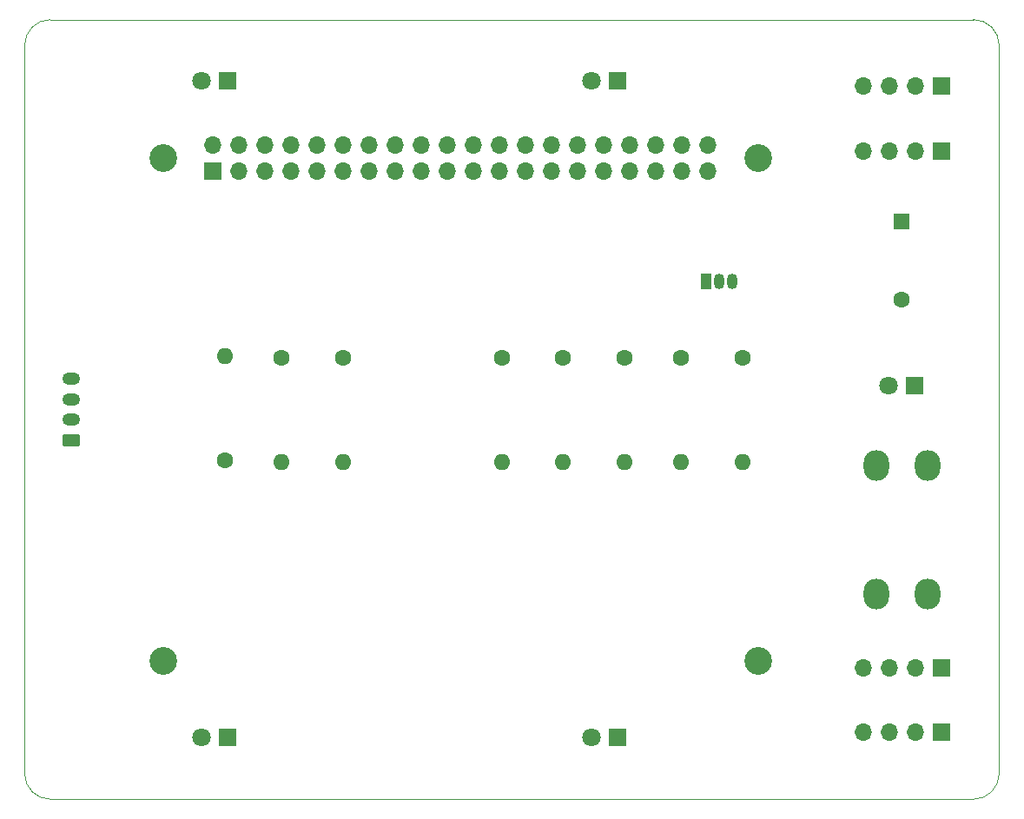
<source format=gbr>
%TF.GenerationSoftware,KiCad,Pcbnew,8.0.1*%
%TF.CreationDate,2024-04-28T12:21:07+02:00*%
%TF.ProjectId,IoT-Project,496f542d-5072-46f6-9a65-63742e6b6963,rev?*%
%TF.SameCoordinates,Original*%
%TF.FileFunction,Soldermask,Bot*%
%TF.FilePolarity,Negative*%
%FSLAX46Y46*%
G04 Gerber Fmt 4.6, Leading zero omitted, Abs format (unit mm)*
G04 Created by KiCad (PCBNEW 8.0.1) date 2024-04-28 12:21:07*
%MOMM*%
%LPD*%
G01*
G04 APERTURE LIST*
G04 Aperture macros list*
%AMRoundRect*
0 Rectangle with rounded corners*
0 $1 Rounding radius*
0 $2 $3 $4 $5 $6 $7 $8 $9 X,Y pos of 4 corners*
0 Add a 4 corners polygon primitive as box body*
4,1,4,$2,$3,$4,$5,$6,$7,$8,$9,$2,$3,0*
0 Add four circle primitives for the rounded corners*
1,1,$1+$1,$2,$3*
1,1,$1+$1,$4,$5*
1,1,$1+$1,$6,$7*
1,1,$1+$1,$8,$9*
0 Add four rect primitives between the rounded corners*
20,1,$1+$1,$2,$3,$4,$5,0*
20,1,$1+$1,$4,$5,$6,$7,0*
20,1,$1+$1,$6,$7,$8,$9,0*
20,1,$1+$1,$8,$9,$2,$3,0*%
G04 Aperture macros list end*
%ADD10R,1.800000X1.800000*%
%ADD11C,1.800000*%
%ADD12C,1.600000*%
%ADD13O,1.600000X1.600000*%
%ADD14C,2.700000*%
%ADD15R,1.700000X1.700000*%
%ADD16O,1.700000X1.700000*%
%ADD17R,1.600000X1.600000*%
%ADD18O,2.500000X3.000000*%
%ADD19R,1.050000X1.500000*%
%ADD20O,1.050000X1.500000*%
%ADD21RoundRect,0.250000X0.625000X-0.350000X0.625000X0.350000X-0.625000X0.350000X-0.625000X-0.350000X0*%
%ADD22O,1.750000X1.200000*%
%TA.AperFunction,Profile*%
%ADD23C,0.050000*%
%TD*%
G04 APERTURE END LIST*
D10*
%TO.C,S4*%
X56275000Y-92500000D03*
D11*
X53735000Y-92500000D03*
%TD*%
D12*
%TO.C,RLED2*%
X83000000Y-119500000D03*
D13*
X83000000Y-129660000D03*
%TD*%
D12*
%TO.C,RLED0*%
X100500000Y-119500000D03*
D13*
X100500000Y-129660000D03*
%TD*%
D10*
%TO.C,Green1*%
X123275000Y-122200000D03*
D11*
X120735000Y-122200000D03*
%TD*%
D14*
%TO.C,H2*%
X108000000Y-100000000D03*
%TD*%
D15*
%TO.C,SEN2*%
X125900000Y-149700000D03*
D16*
X123360000Y-149700000D03*
X120820000Y-149700000D03*
X118280000Y-149700000D03*
%TD*%
D12*
%TO.C,RSW1*%
X67500000Y-119500000D03*
D13*
X67500000Y-129660000D03*
%TD*%
D17*
%TO.C,BZ1*%
X122000000Y-106200000D03*
D12*
X122000000Y-113800000D03*
%TD*%
D18*
%TO.C,SW1*%
X124500000Y-130000000D03*
X124500000Y-142500000D03*
X119500000Y-130000000D03*
X119500000Y-142500000D03*
%TD*%
D12*
%TO.C,RLED1*%
X61500000Y-119500000D03*
D13*
X61500000Y-129660000D03*
%TD*%
D14*
%TO.C,H4*%
X108000000Y-149000000D03*
%TD*%
D12*
%TO.C,RBUZZ1*%
X106500000Y-119500000D03*
D13*
X106500000Y-129660000D03*
%TD*%
D12*
%TO.C,RLED4*%
X56000000Y-129500000D03*
D13*
X56000000Y-119340000D03*
%TD*%
D19*
%TO.C,TRANS1*%
X102960000Y-112000000D03*
D20*
X104230000Y-112000000D03*
X105500000Y-112000000D03*
%TD*%
D15*
%TO.C,SEN1*%
X125900000Y-156000000D03*
D16*
X123360000Y-156000000D03*
X120820000Y-156000000D03*
X118280000Y-156000000D03*
%TD*%
D14*
%TO.C,H3*%
X50000000Y-149000000D03*
%TD*%
D12*
%TO.C,RSW2*%
X95000000Y-119500000D03*
D13*
X95000000Y-129660000D03*
%TD*%
D21*
%TO.C,LID1*%
X41000000Y-127500000D03*
D22*
X41000000Y-125500000D03*
X41000000Y-123500000D03*
X41000000Y-121500000D03*
%TD*%
D10*
%TO.C,S2*%
X94275000Y-156500000D03*
D11*
X91735000Y-156500000D03*
%TD*%
D12*
%TO.C,RLED3*%
X89000000Y-119500000D03*
D13*
X89000000Y-129660000D03*
%TD*%
D15*
%TO.C,SEN4*%
X125900000Y-93000000D03*
D16*
X123360000Y-93000000D03*
X120820000Y-93000000D03*
X118280000Y-93000000D03*
%TD*%
D15*
%TO.C,SEN3*%
X125900000Y-99300000D03*
D16*
X123360000Y-99300000D03*
X120820000Y-99300000D03*
X118280000Y-99300000D03*
%TD*%
D10*
%TO.C,S1*%
X56275000Y-156500000D03*
D11*
X53735000Y-156500000D03*
%TD*%
D15*
%TO.C,J1*%
X54800000Y-101250000D03*
D16*
X54800000Y-98710000D03*
X57340000Y-101250000D03*
X57340000Y-98710000D03*
X59880000Y-101250000D03*
X59880000Y-98710000D03*
X62420000Y-101250000D03*
X62420000Y-98710000D03*
X64960000Y-101250000D03*
X64960000Y-98710000D03*
X67500000Y-101250000D03*
X67500000Y-98710000D03*
X70040000Y-101250000D03*
X70040000Y-98710000D03*
X72580000Y-101250000D03*
X72580000Y-98710000D03*
X75120000Y-101250000D03*
X75120000Y-98710000D03*
X77660000Y-101250000D03*
X77660000Y-98710000D03*
X80200000Y-101250000D03*
X80200000Y-98710000D03*
X82740000Y-101250000D03*
X82740000Y-98710000D03*
X85280000Y-101250000D03*
X85280000Y-98710000D03*
X87820000Y-101250000D03*
X87820000Y-98710000D03*
X90360000Y-101250000D03*
X90360000Y-98710000D03*
X92900000Y-101250000D03*
X92900000Y-98710000D03*
X95440000Y-101250000D03*
X95440000Y-98710000D03*
X97980000Y-101250000D03*
X97980000Y-98710000D03*
X100520000Y-101250000D03*
X100520000Y-98710000D03*
X103060000Y-101250000D03*
X103060000Y-98710000D03*
%TD*%
D10*
%TO.C,S3*%
X94275000Y-92500000D03*
D11*
X91735000Y-92500000D03*
%TD*%
D14*
%TO.C,H1*%
X50000000Y-100000000D03*
%TD*%
D23*
X129000000Y-162500000D02*
X39000000Y-162500000D01*
X131500000Y-89000000D02*
X131500000Y-160000000D01*
X39000000Y-86500000D02*
X129000000Y-86500000D01*
X36500000Y-160000000D02*
X36500000Y-89000000D01*
X39000000Y-162500000D02*
G75*
G02*
X36500000Y-160000000I0J2500000D01*
G01*
X131500000Y-160000000D02*
G75*
G02*
X129000000Y-162500000I-2500000J0D01*
G01*
X36500000Y-89000000D02*
G75*
G02*
X39000000Y-86500000I2500000J0D01*
G01*
X129000000Y-86500000D02*
G75*
G02*
X131500000Y-89000000I0J-2500000D01*
G01*
M02*

</source>
